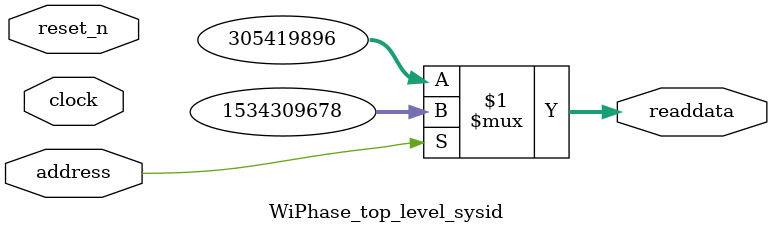
<source format=v>



// synthesis translate_off
`timescale 1ns / 1ps
// synthesis translate_on

// turn off superfluous verilog processor warnings 
// altera message_level Level1 
// altera message_off 10034 10035 10036 10037 10230 10240 10030 

module WiPhase_top_level_sysid (
               // inputs:
                address,
                clock,
                reset_n,

               // outputs:
                readdata
             )
;

  output  [ 31: 0] readdata;
  input            address;
  input            clock;
  input            reset_n;

  wire    [ 31: 0] readdata;
  //control_slave, which is an e_avalon_slave
  assign readdata = address ? 1534309678 : 305419896;

endmodule



</source>
